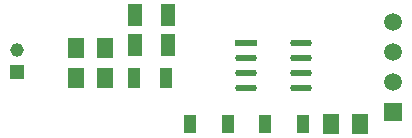
<source format=gts>
G04*
G04 #@! TF.GenerationSoftware,Altium Limited,Altium Designer,23.1.1 (15)*
G04*
G04 Layer_Color=8388736*
%FSLAX44Y44*%
%MOMM*%
G71*
G04*
G04 #@! TF.SameCoordinates,9518C762-B02E-498E-8BAE-AF0682291D7D*
G04*
G04*
G04 #@! TF.FilePolarity,Negative*
G04*
G01*
G75*
%ADD14R,1.3533X1.8042*%
%ADD16R,1.0000X1.6000*%
G04:AMPARAMS|DCode=18|XSize=1.8741mm|YSize=0.5434mm|CornerRadius=0.2717mm|HoleSize=0mm|Usage=FLASHONLY|Rotation=0.000|XOffset=0mm|YOffset=0mm|HoleType=Round|Shape=RoundedRectangle|*
%AMROUNDEDRECTD18*
21,1,1.8741,0.0000,0,0,0.0*
21,1,1.3307,0.5434,0,0,0.0*
1,1,0.5434,0.6653,0.0000*
1,1,0.5434,-0.6653,0.0000*
1,1,0.5434,-0.6653,0.0000*
1,1,0.5434,0.6653,0.0000*
%
%ADD18ROUNDEDRECTD18*%
%ADD19R,1.8741X0.5434*%
%ADD20R,1.1032X1.7532*%
%ADD21R,1.1532X1.9032*%
%ADD22R,1.1500X1.1500*%
%ADD23C,1.1500*%
%ADD24C,1.5200*%
%ADD25R,1.5200X1.5200*%
D14*
X440916Y788670D02*
D03*
X465424D02*
D03*
X681544Y749300D02*
D03*
X657036D02*
D03*
X440916Y814070D02*
D03*
X465424D02*
D03*
D16*
X633220Y749300D02*
D03*
X601220D02*
D03*
X569720D02*
D03*
X537720D02*
D03*
D18*
X631491Y817880D02*
D03*
Y805180D02*
D03*
Y792480D02*
D03*
Y779780D02*
D03*
X585169D02*
D03*
Y792480D02*
D03*
Y805180D02*
D03*
D19*
Y817880D02*
D03*
D20*
X490720Y788670D02*
D03*
X517220D02*
D03*
D21*
X491490Y816610D02*
D03*
X518990D02*
D03*
X491460Y842010D02*
D03*
X519460D02*
D03*
D22*
X391000Y793140D02*
D03*
D23*
Y812140D02*
D03*
D24*
X709930Y835660D02*
D03*
Y810260D02*
D03*
Y784860D02*
D03*
D25*
Y759460D02*
D03*
M02*

</source>
